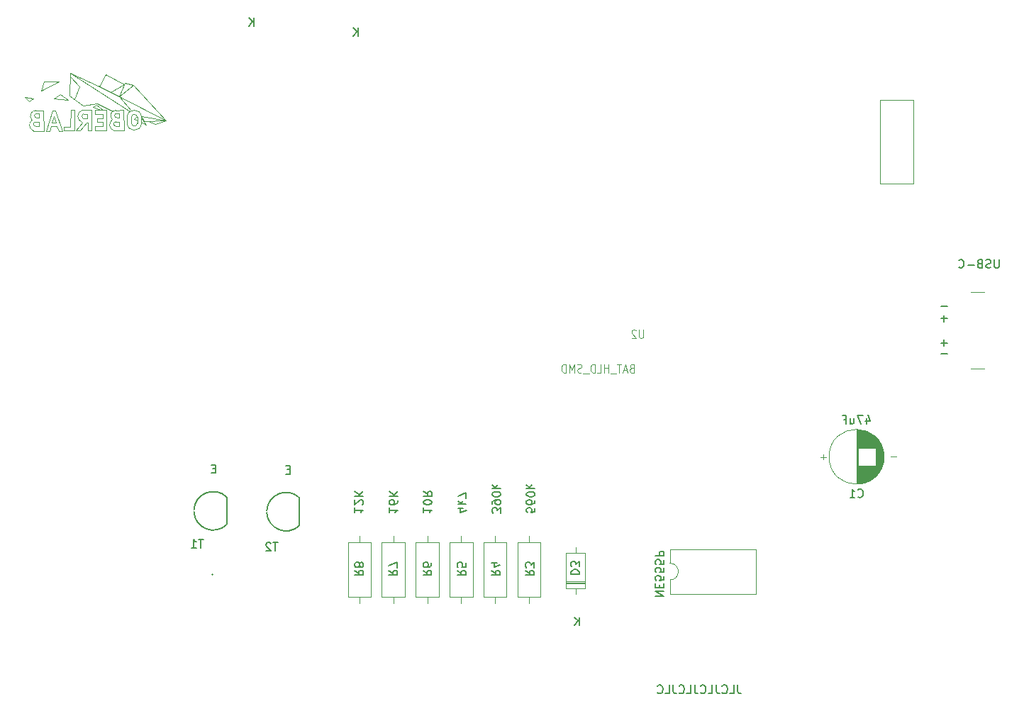
<source format=gbr>
%TF.GenerationSoftware,KiCad,Pcbnew,9.0.6*%
%TF.CreationDate,2025-12-30T13:30:36+01:00*%
%TF.ProjectId,Krokodil,4b726f6b-6f64-4696-9c2e-6b696361645f,rev?*%
%TF.SameCoordinates,Original*%
%TF.FileFunction,Legend,Bot*%
%TF.FilePolarity,Positive*%
%FSLAX46Y46*%
G04 Gerber Fmt 4.6, Leading zero omitted, Abs format (unit mm)*
G04 Created by KiCad (PCBNEW 9.0.6) date 2025-12-30 13:30:36*
%MOMM*%
%LPD*%
G01*
G04 APERTURE LIST*
%ADD10C,0.150000*%
%ADD11C,0.050000*%
%ADD12C,0.120000*%
%ADD13C,0.010000*%
G04 APERTURE END LIST*
D10*
X198636779Y-92788866D02*
X199398684Y-92788866D01*
X198636779Y-87088866D02*
X199398684Y-87088866D01*
X198636779Y-88588866D02*
X199398684Y-88588866D01*
X199017731Y-88969819D02*
X199017731Y-88207914D01*
X198636779Y-91488866D02*
X199398684Y-91488866D01*
X199017731Y-91869819D02*
X199017731Y-91107914D01*
X174377506Y-132369819D02*
X174377506Y-133084104D01*
X174377506Y-133084104D02*
X174425125Y-133226961D01*
X174425125Y-133226961D02*
X174520363Y-133322200D01*
X174520363Y-133322200D02*
X174663220Y-133369819D01*
X174663220Y-133369819D02*
X174758458Y-133369819D01*
X173425125Y-133369819D02*
X173901315Y-133369819D01*
X173901315Y-133369819D02*
X173901315Y-132369819D01*
X172520363Y-133274580D02*
X172567982Y-133322200D01*
X172567982Y-133322200D02*
X172710839Y-133369819D01*
X172710839Y-133369819D02*
X172806077Y-133369819D01*
X172806077Y-133369819D02*
X172948934Y-133322200D01*
X172948934Y-133322200D02*
X173044172Y-133226961D01*
X173044172Y-133226961D02*
X173091791Y-133131723D01*
X173091791Y-133131723D02*
X173139410Y-132941247D01*
X173139410Y-132941247D02*
X173139410Y-132798390D01*
X173139410Y-132798390D02*
X173091791Y-132607914D01*
X173091791Y-132607914D02*
X173044172Y-132512676D01*
X173044172Y-132512676D02*
X172948934Y-132417438D01*
X172948934Y-132417438D02*
X172806077Y-132369819D01*
X172806077Y-132369819D02*
X172710839Y-132369819D01*
X172710839Y-132369819D02*
X172567982Y-132417438D01*
X172567982Y-132417438D02*
X172520363Y-132465057D01*
X171806077Y-132369819D02*
X171806077Y-133084104D01*
X171806077Y-133084104D02*
X171853696Y-133226961D01*
X171853696Y-133226961D02*
X171948934Y-133322200D01*
X171948934Y-133322200D02*
X172091791Y-133369819D01*
X172091791Y-133369819D02*
X172187029Y-133369819D01*
X170853696Y-133369819D02*
X171329886Y-133369819D01*
X171329886Y-133369819D02*
X171329886Y-132369819D01*
X169948934Y-133274580D02*
X169996553Y-133322200D01*
X169996553Y-133322200D02*
X170139410Y-133369819D01*
X170139410Y-133369819D02*
X170234648Y-133369819D01*
X170234648Y-133369819D02*
X170377505Y-133322200D01*
X170377505Y-133322200D02*
X170472743Y-133226961D01*
X170472743Y-133226961D02*
X170520362Y-133131723D01*
X170520362Y-133131723D02*
X170567981Y-132941247D01*
X170567981Y-132941247D02*
X170567981Y-132798390D01*
X170567981Y-132798390D02*
X170520362Y-132607914D01*
X170520362Y-132607914D02*
X170472743Y-132512676D01*
X170472743Y-132512676D02*
X170377505Y-132417438D01*
X170377505Y-132417438D02*
X170234648Y-132369819D01*
X170234648Y-132369819D02*
X170139410Y-132369819D01*
X170139410Y-132369819D02*
X169996553Y-132417438D01*
X169996553Y-132417438D02*
X169948934Y-132465057D01*
X169234648Y-132369819D02*
X169234648Y-133084104D01*
X169234648Y-133084104D02*
X169282267Y-133226961D01*
X169282267Y-133226961D02*
X169377505Y-133322200D01*
X169377505Y-133322200D02*
X169520362Y-133369819D01*
X169520362Y-133369819D02*
X169615600Y-133369819D01*
X168282267Y-133369819D02*
X168758457Y-133369819D01*
X168758457Y-133369819D02*
X168758457Y-132369819D01*
X167377505Y-133274580D02*
X167425124Y-133322200D01*
X167425124Y-133322200D02*
X167567981Y-133369819D01*
X167567981Y-133369819D02*
X167663219Y-133369819D01*
X167663219Y-133369819D02*
X167806076Y-133322200D01*
X167806076Y-133322200D02*
X167901314Y-133226961D01*
X167901314Y-133226961D02*
X167948933Y-133131723D01*
X167948933Y-133131723D02*
X167996552Y-132941247D01*
X167996552Y-132941247D02*
X167996552Y-132798390D01*
X167996552Y-132798390D02*
X167948933Y-132607914D01*
X167948933Y-132607914D02*
X167901314Y-132512676D01*
X167901314Y-132512676D02*
X167806076Y-132417438D01*
X167806076Y-132417438D02*
X167663219Y-132369819D01*
X167663219Y-132369819D02*
X167567981Y-132369819D01*
X167567981Y-132369819D02*
X167425124Y-132417438D01*
X167425124Y-132417438D02*
X167377505Y-132465057D01*
X166663219Y-132369819D02*
X166663219Y-133084104D01*
X166663219Y-133084104D02*
X166710838Y-133226961D01*
X166710838Y-133226961D02*
X166806076Y-133322200D01*
X166806076Y-133322200D02*
X166948933Y-133369819D01*
X166948933Y-133369819D02*
X167044171Y-133369819D01*
X165710838Y-133369819D02*
X166187028Y-133369819D01*
X166187028Y-133369819D02*
X166187028Y-132369819D01*
X164806076Y-133274580D02*
X164853695Y-133322200D01*
X164853695Y-133322200D02*
X164996552Y-133369819D01*
X164996552Y-133369819D02*
X165091790Y-133369819D01*
X165091790Y-133369819D02*
X165234647Y-133322200D01*
X165234647Y-133322200D02*
X165329885Y-133226961D01*
X165329885Y-133226961D02*
X165377504Y-133131723D01*
X165377504Y-133131723D02*
X165425123Y-132941247D01*
X165425123Y-132941247D02*
X165425123Y-132798390D01*
X165425123Y-132798390D02*
X165377504Y-132607914D01*
X165377504Y-132607914D02*
X165329885Y-132512676D01*
X165329885Y-132512676D02*
X165234647Y-132417438D01*
X165234647Y-132417438D02*
X165091790Y-132369819D01*
X165091790Y-132369819D02*
X164996552Y-132369819D01*
X164996552Y-132369819D02*
X164853695Y-132417438D01*
X164853695Y-132417438D02*
X164806076Y-132465057D01*
X129061904Y-54854819D02*
X129061904Y-53854819D01*
X128490476Y-54854819D02*
X128919047Y-54283390D01*
X128490476Y-53854819D02*
X129061904Y-54426247D01*
X116561904Y-53654819D02*
X116561904Y-52654819D01*
X115990476Y-53654819D02*
X116419047Y-53083390D01*
X115990476Y-52654819D02*
X116561904Y-53226247D01*
X120914285Y-106631009D02*
X120580952Y-106631009D01*
X120438095Y-107154819D02*
X120914285Y-107154819D01*
X120914285Y-107154819D02*
X120914285Y-106154819D01*
X120914285Y-106154819D02*
X120438095Y-106154819D01*
X112014285Y-106531009D02*
X111680952Y-106531009D01*
X111538095Y-107054819D02*
X112014285Y-107054819D01*
X112014285Y-107054819D02*
X112014285Y-106054819D01*
X112014285Y-106054819D02*
X111538095Y-106054819D01*
X119461904Y-115354819D02*
X118890476Y-115354819D01*
X119176190Y-116354819D02*
X119176190Y-115354819D01*
X118604761Y-115450057D02*
X118557142Y-115402438D01*
X118557142Y-115402438D02*
X118461904Y-115354819D01*
X118461904Y-115354819D02*
X118223809Y-115354819D01*
X118223809Y-115354819D02*
X118128571Y-115402438D01*
X118128571Y-115402438D02*
X118080952Y-115450057D01*
X118080952Y-115450057D02*
X118033333Y-115545295D01*
X118033333Y-115545295D02*
X118033333Y-115640533D01*
X118033333Y-115640533D02*
X118080952Y-115783390D01*
X118080952Y-115783390D02*
X118652380Y-116354819D01*
X118652380Y-116354819D02*
X118033333Y-116354819D01*
X110561904Y-114954819D02*
X109990476Y-114954819D01*
X110276190Y-115954819D02*
X110276190Y-114954819D01*
X109133333Y-115954819D02*
X109704761Y-115954819D01*
X109419047Y-115954819D02*
X109419047Y-114954819D01*
X109419047Y-114954819D02*
X109514285Y-115097676D01*
X109514285Y-115097676D02*
X109609523Y-115192914D01*
X109609523Y-115192914D02*
X109704761Y-115240533D01*
X113339055Y-109856175D02*
X113339055Y-113156175D01*
X113360146Y-113190820D02*
G75*
G02*
X109439055Y-111656175I-1621091J1634645D01*
G01*
X109439055Y-111456175D02*
G75*
G02*
X113360146Y-109921530I2300000J-100000D01*
G01*
X122060146Y-113290820D02*
G75*
G02*
X118139055Y-111756175I-1621091J1634645D01*
G01*
X118139055Y-111556175D02*
G75*
G02*
X122060146Y-110021530I2300000J-100000D01*
G01*
X122039055Y-109956175D02*
X122039055Y-113256175D01*
X205580951Y-81554819D02*
X205580951Y-82364342D01*
X205580951Y-82364342D02*
X205533332Y-82459580D01*
X205533332Y-82459580D02*
X205485713Y-82507200D01*
X205485713Y-82507200D02*
X205390475Y-82554819D01*
X205390475Y-82554819D02*
X205199999Y-82554819D01*
X205199999Y-82554819D02*
X205104761Y-82507200D01*
X205104761Y-82507200D02*
X205057142Y-82459580D01*
X205057142Y-82459580D02*
X205009523Y-82364342D01*
X205009523Y-82364342D02*
X205009523Y-81554819D01*
X204580951Y-82507200D02*
X204438094Y-82554819D01*
X204438094Y-82554819D02*
X204199999Y-82554819D01*
X204199999Y-82554819D02*
X204104761Y-82507200D01*
X204104761Y-82507200D02*
X204057142Y-82459580D01*
X204057142Y-82459580D02*
X204009523Y-82364342D01*
X204009523Y-82364342D02*
X204009523Y-82269104D01*
X204009523Y-82269104D02*
X204057142Y-82173866D01*
X204057142Y-82173866D02*
X204104761Y-82126247D01*
X204104761Y-82126247D02*
X204199999Y-82078628D01*
X204199999Y-82078628D02*
X204390475Y-82031009D01*
X204390475Y-82031009D02*
X204485713Y-81983390D01*
X204485713Y-81983390D02*
X204533332Y-81935771D01*
X204533332Y-81935771D02*
X204580951Y-81840533D01*
X204580951Y-81840533D02*
X204580951Y-81745295D01*
X204580951Y-81745295D02*
X204533332Y-81650057D01*
X204533332Y-81650057D02*
X204485713Y-81602438D01*
X204485713Y-81602438D02*
X204390475Y-81554819D01*
X204390475Y-81554819D02*
X204152380Y-81554819D01*
X204152380Y-81554819D02*
X204009523Y-81602438D01*
X203247618Y-82031009D02*
X203104761Y-82078628D01*
X203104761Y-82078628D02*
X203057142Y-82126247D01*
X203057142Y-82126247D02*
X203009523Y-82221485D01*
X203009523Y-82221485D02*
X203009523Y-82364342D01*
X203009523Y-82364342D02*
X203057142Y-82459580D01*
X203057142Y-82459580D02*
X203104761Y-82507200D01*
X203104761Y-82507200D02*
X203199999Y-82554819D01*
X203199999Y-82554819D02*
X203580951Y-82554819D01*
X203580951Y-82554819D02*
X203580951Y-81554819D01*
X203580951Y-81554819D02*
X203247618Y-81554819D01*
X203247618Y-81554819D02*
X203152380Y-81602438D01*
X203152380Y-81602438D02*
X203104761Y-81650057D01*
X203104761Y-81650057D02*
X203057142Y-81745295D01*
X203057142Y-81745295D02*
X203057142Y-81840533D01*
X203057142Y-81840533D02*
X203104761Y-81935771D01*
X203104761Y-81935771D02*
X203152380Y-81983390D01*
X203152380Y-81983390D02*
X203247618Y-82031009D01*
X203247618Y-82031009D02*
X203580951Y-82031009D01*
X202580951Y-82173866D02*
X201819047Y-82173866D01*
X200771428Y-82459580D02*
X200819047Y-82507200D01*
X200819047Y-82507200D02*
X200961904Y-82554819D01*
X200961904Y-82554819D02*
X201057142Y-82554819D01*
X201057142Y-82554819D02*
X201199999Y-82507200D01*
X201199999Y-82507200D02*
X201295237Y-82411961D01*
X201295237Y-82411961D02*
X201342856Y-82316723D01*
X201342856Y-82316723D02*
X201390475Y-82126247D01*
X201390475Y-82126247D02*
X201390475Y-81983390D01*
X201390475Y-81983390D02*
X201342856Y-81792914D01*
X201342856Y-81792914D02*
X201295237Y-81697676D01*
X201295237Y-81697676D02*
X201199999Y-81602438D01*
X201199999Y-81602438D02*
X201057142Y-81554819D01*
X201057142Y-81554819D02*
X200961904Y-81554819D01*
X200961904Y-81554819D02*
X200819047Y-81602438D01*
X200819047Y-81602438D02*
X200771428Y-81650057D01*
X164545180Y-121766666D02*
X165545180Y-121766666D01*
X165545180Y-121766666D02*
X164545180Y-121195238D01*
X164545180Y-121195238D02*
X165545180Y-121195238D01*
X165068990Y-120719047D02*
X165068990Y-120385714D01*
X164545180Y-120242857D02*
X164545180Y-120719047D01*
X164545180Y-120719047D02*
X165545180Y-120719047D01*
X165545180Y-120719047D02*
X165545180Y-120242857D01*
X165545180Y-119338095D02*
X165545180Y-119814285D01*
X165545180Y-119814285D02*
X165068990Y-119861904D01*
X165068990Y-119861904D02*
X165116609Y-119814285D01*
X165116609Y-119814285D02*
X165164228Y-119719047D01*
X165164228Y-119719047D02*
X165164228Y-119480952D01*
X165164228Y-119480952D02*
X165116609Y-119385714D01*
X165116609Y-119385714D02*
X165068990Y-119338095D01*
X165068990Y-119338095D02*
X164973752Y-119290476D01*
X164973752Y-119290476D02*
X164735657Y-119290476D01*
X164735657Y-119290476D02*
X164640419Y-119338095D01*
X164640419Y-119338095D02*
X164592800Y-119385714D01*
X164592800Y-119385714D02*
X164545180Y-119480952D01*
X164545180Y-119480952D02*
X164545180Y-119719047D01*
X164545180Y-119719047D02*
X164592800Y-119814285D01*
X164592800Y-119814285D02*
X164640419Y-119861904D01*
X165545180Y-118385714D02*
X165545180Y-118861904D01*
X165545180Y-118861904D02*
X165068990Y-118909523D01*
X165068990Y-118909523D02*
X165116609Y-118861904D01*
X165116609Y-118861904D02*
X165164228Y-118766666D01*
X165164228Y-118766666D02*
X165164228Y-118528571D01*
X165164228Y-118528571D02*
X165116609Y-118433333D01*
X165116609Y-118433333D02*
X165068990Y-118385714D01*
X165068990Y-118385714D02*
X164973752Y-118338095D01*
X164973752Y-118338095D02*
X164735657Y-118338095D01*
X164735657Y-118338095D02*
X164640419Y-118385714D01*
X164640419Y-118385714D02*
X164592800Y-118433333D01*
X164592800Y-118433333D02*
X164545180Y-118528571D01*
X164545180Y-118528571D02*
X164545180Y-118766666D01*
X164545180Y-118766666D02*
X164592800Y-118861904D01*
X164592800Y-118861904D02*
X164640419Y-118909523D01*
X165545180Y-117433333D02*
X165545180Y-117909523D01*
X165545180Y-117909523D02*
X165068990Y-117957142D01*
X165068990Y-117957142D02*
X165116609Y-117909523D01*
X165116609Y-117909523D02*
X165164228Y-117814285D01*
X165164228Y-117814285D02*
X165164228Y-117576190D01*
X165164228Y-117576190D02*
X165116609Y-117480952D01*
X165116609Y-117480952D02*
X165068990Y-117433333D01*
X165068990Y-117433333D02*
X164973752Y-117385714D01*
X164973752Y-117385714D02*
X164735657Y-117385714D01*
X164735657Y-117385714D02*
X164640419Y-117433333D01*
X164640419Y-117433333D02*
X164592800Y-117480952D01*
X164592800Y-117480952D02*
X164545180Y-117576190D01*
X164545180Y-117576190D02*
X164545180Y-117814285D01*
X164545180Y-117814285D02*
X164592800Y-117909523D01*
X164592800Y-117909523D02*
X164640419Y-117957142D01*
X164545180Y-116957142D02*
X165545180Y-116957142D01*
X165545180Y-116957142D02*
X165545180Y-116576190D01*
X165545180Y-116576190D02*
X165497561Y-116480952D01*
X165497561Y-116480952D02*
X165449942Y-116433333D01*
X165449942Y-116433333D02*
X165354704Y-116385714D01*
X165354704Y-116385714D02*
X165211847Y-116385714D01*
X165211847Y-116385714D02*
X165116609Y-116433333D01*
X165116609Y-116433333D02*
X165068990Y-116480952D01*
X165068990Y-116480952D02*
X165021371Y-116576190D01*
X165021371Y-116576190D02*
X165021371Y-116957142D01*
X149045180Y-118666666D02*
X149521371Y-118999999D01*
X149045180Y-119238094D02*
X150045180Y-119238094D01*
X150045180Y-119238094D02*
X150045180Y-118857142D01*
X150045180Y-118857142D02*
X149997561Y-118761904D01*
X149997561Y-118761904D02*
X149949942Y-118714285D01*
X149949942Y-118714285D02*
X149854704Y-118666666D01*
X149854704Y-118666666D02*
X149711847Y-118666666D01*
X149711847Y-118666666D02*
X149616609Y-118714285D01*
X149616609Y-118714285D02*
X149568990Y-118761904D01*
X149568990Y-118761904D02*
X149521371Y-118857142D01*
X149521371Y-118857142D02*
X149521371Y-119238094D01*
X150045180Y-118333332D02*
X150045180Y-117714285D01*
X150045180Y-117714285D02*
X149664228Y-118047618D01*
X149664228Y-118047618D02*
X149664228Y-117904761D01*
X149664228Y-117904761D02*
X149616609Y-117809523D01*
X149616609Y-117809523D02*
X149568990Y-117761904D01*
X149568990Y-117761904D02*
X149473752Y-117714285D01*
X149473752Y-117714285D02*
X149235657Y-117714285D01*
X149235657Y-117714285D02*
X149140419Y-117761904D01*
X149140419Y-117761904D02*
X149092800Y-117809523D01*
X149092800Y-117809523D02*
X149045180Y-117904761D01*
X149045180Y-117904761D02*
X149045180Y-118190475D01*
X149045180Y-118190475D02*
X149092800Y-118285713D01*
X149092800Y-118285713D02*
X149140419Y-118333332D01*
X150145180Y-111238094D02*
X150145180Y-111714284D01*
X150145180Y-111714284D02*
X149668990Y-111761903D01*
X149668990Y-111761903D02*
X149716609Y-111714284D01*
X149716609Y-111714284D02*
X149764228Y-111619046D01*
X149764228Y-111619046D02*
X149764228Y-111380951D01*
X149764228Y-111380951D02*
X149716609Y-111285713D01*
X149716609Y-111285713D02*
X149668990Y-111238094D01*
X149668990Y-111238094D02*
X149573752Y-111190475D01*
X149573752Y-111190475D02*
X149335657Y-111190475D01*
X149335657Y-111190475D02*
X149240419Y-111238094D01*
X149240419Y-111238094D02*
X149192800Y-111285713D01*
X149192800Y-111285713D02*
X149145180Y-111380951D01*
X149145180Y-111380951D02*
X149145180Y-111619046D01*
X149145180Y-111619046D02*
X149192800Y-111714284D01*
X149192800Y-111714284D02*
X149240419Y-111761903D01*
X150145180Y-110333332D02*
X150145180Y-110523808D01*
X150145180Y-110523808D02*
X150097561Y-110619046D01*
X150097561Y-110619046D02*
X150049942Y-110666665D01*
X150049942Y-110666665D02*
X149907085Y-110761903D01*
X149907085Y-110761903D02*
X149716609Y-110809522D01*
X149716609Y-110809522D02*
X149335657Y-110809522D01*
X149335657Y-110809522D02*
X149240419Y-110761903D01*
X149240419Y-110761903D02*
X149192800Y-110714284D01*
X149192800Y-110714284D02*
X149145180Y-110619046D01*
X149145180Y-110619046D02*
X149145180Y-110428570D01*
X149145180Y-110428570D02*
X149192800Y-110333332D01*
X149192800Y-110333332D02*
X149240419Y-110285713D01*
X149240419Y-110285713D02*
X149335657Y-110238094D01*
X149335657Y-110238094D02*
X149573752Y-110238094D01*
X149573752Y-110238094D02*
X149668990Y-110285713D01*
X149668990Y-110285713D02*
X149716609Y-110333332D01*
X149716609Y-110333332D02*
X149764228Y-110428570D01*
X149764228Y-110428570D02*
X149764228Y-110619046D01*
X149764228Y-110619046D02*
X149716609Y-110714284D01*
X149716609Y-110714284D02*
X149668990Y-110761903D01*
X149668990Y-110761903D02*
X149573752Y-110809522D01*
X150145180Y-109619046D02*
X150145180Y-109523808D01*
X150145180Y-109523808D02*
X150097561Y-109428570D01*
X150097561Y-109428570D02*
X150049942Y-109380951D01*
X150049942Y-109380951D02*
X149954704Y-109333332D01*
X149954704Y-109333332D02*
X149764228Y-109285713D01*
X149764228Y-109285713D02*
X149526133Y-109285713D01*
X149526133Y-109285713D02*
X149335657Y-109333332D01*
X149335657Y-109333332D02*
X149240419Y-109380951D01*
X149240419Y-109380951D02*
X149192800Y-109428570D01*
X149192800Y-109428570D02*
X149145180Y-109523808D01*
X149145180Y-109523808D02*
X149145180Y-109619046D01*
X149145180Y-109619046D02*
X149192800Y-109714284D01*
X149192800Y-109714284D02*
X149240419Y-109761903D01*
X149240419Y-109761903D02*
X149335657Y-109809522D01*
X149335657Y-109809522D02*
X149526133Y-109857141D01*
X149526133Y-109857141D02*
X149764228Y-109857141D01*
X149764228Y-109857141D02*
X149954704Y-109809522D01*
X149954704Y-109809522D02*
X150049942Y-109761903D01*
X150049942Y-109761903D02*
X150097561Y-109714284D01*
X150097561Y-109714284D02*
X150145180Y-109619046D01*
X149145180Y-108857141D02*
X150145180Y-108857141D01*
X149526133Y-108761903D02*
X149145180Y-108476189D01*
X149811847Y-108476189D02*
X149430895Y-108857141D01*
X136805180Y-118666666D02*
X137281371Y-118999999D01*
X136805180Y-119238094D02*
X137805180Y-119238094D01*
X137805180Y-119238094D02*
X137805180Y-118857142D01*
X137805180Y-118857142D02*
X137757561Y-118761904D01*
X137757561Y-118761904D02*
X137709942Y-118714285D01*
X137709942Y-118714285D02*
X137614704Y-118666666D01*
X137614704Y-118666666D02*
X137471847Y-118666666D01*
X137471847Y-118666666D02*
X137376609Y-118714285D01*
X137376609Y-118714285D02*
X137328990Y-118761904D01*
X137328990Y-118761904D02*
X137281371Y-118857142D01*
X137281371Y-118857142D02*
X137281371Y-119238094D01*
X137805180Y-117809523D02*
X137805180Y-117999999D01*
X137805180Y-117999999D02*
X137757561Y-118095237D01*
X137757561Y-118095237D02*
X137709942Y-118142856D01*
X137709942Y-118142856D02*
X137567085Y-118238094D01*
X137567085Y-118238094D02*
X137376609Y-118285713D01*
X137376609Y-118285713D02*
X136995657Y-118285713D01*
X136995657Y-118285713D02*
X136900419Y-118238094D01*
X136900419Y-118238094D02*
X136852800Y-118190475D01*
X136852800Y-118190475D02*
X136805180Y-118095237D01*
X136805180Y-118095237D02*
X136805180Y-117904761D01*
X136805180Y-117904761D02*
X136852800Y-117809523D01*
X136852800Y-117809523D02*
X136900419Y-117761904D01*
X136900419Y-117761904D02*
X136995657Y-117714285D01*
X136995657Y-117714285D02*
X137233752Y-117714285D01*
X137233752Y-117714285D02*
X137328990Y-117761904D01*
X137328990Y-117761904D02*
X137376609Y-117809523D01*
X137376609Y-117809523D02*
X137424228Y-117904761D01*
X137424228Y-117904761D02*
X137424228Y-118095237D01*
X137424228Y-118095237D02*
X137376609Y-118190475D01*
X137376609Y-118190475D02*
X137328990Y-118238094D01*
X137328990Y-118238094D02*
X137233752Y-118285713D01*
X136845180Y-111190476D02*
X136845180Y-111761904D01*
X136845180Y-111476190D02*
X137845180Y-111476190D01*
X137845180Y-111476190D02*
X137702323Y-111571428D01*
X137702323Y-111571428D02*
X137607085Y-111666666D01*
X137607085Y-111666666D02*
X137559466Y-111761904D01*
X137845180Y-110571428D02*
X137845180Y-110476190D01*
X137845180Y-110476190D02*
X137797561Y-110380952D01*
X137797561Y-110380952D02*
X137749942Y-110333333D01*
X137749942Y-110333333D02*
X137654704Y-110285714D01*
X137654704Y-110285714D02*
X137464228Y-110238095D01*
X137464228Y-110238095D02*
X137226133Y-110238095D01*
X137226133Y-110238095D02*
X137035657Y-110285714D01*
X137035657Y-110285714D02*
X136940419Y-110333333D01*
X136940419Y-110333333D02*
X136892800Y-110380952D01*
X136892800Y-110380952D02*
X136845180Y-110476190D01*
X136845180Y-110476190D02*
X136845180Y-110571428D01*
X136845180Y-110571428D02*
X136892800Y-110666666D01*
X136892800Y-110666666D02*
X136940419Y-110714285D01*
X136940419Y-110714285D02*
X137035657Y-110761904D01*
X137035657Y-110761904D02*
X137226133Y-110809523D01*
X137226133Y-110809523D02*
X137464228Y-110809523D01*
X137464228Y-110809523D02*
X137654704Y-110761904D01*
X137654704Y-110761904D02*
X137749942Y-110714285D01*
X137749942Y-110714285D02*
X137797561Y-110666666D01*
X137797561Y-110666666D02*
X137845180Y-110571428D01*
X136845180Y-109238095D02*
X137321371Y-109571428D01*
X136845180Y-109809523D02*
X137845180Y-109809523D01*
X137845180Y-109809523D02*
X137845180Y-109428571D01*
X137845180Y-109428571D02*
X137797561Y-109333333D01*
X137797561Y-109333333D02*
X137749942Y-109285714D01*
X137749942Y-109285714D02*
X137654704Y-109238095D01*
X137654704Y-109238095D02*
X137511847Y-109238095D01*
X137511847Y-109238095D02*
X137416609Y-109285714D01*
X137416609Y-109285714D02*
X137368990Y-109333333D01*
X137368990Y-109333333D02*
X137321371Y-109428571D01*
X137321371Y-109428571D02*
X137321371Y-109809523D01*
X128645180Y-118666666D02*
X129121371Y-118999999D01*
X128645180Y-119238094D02*
X129645180Y-119238094D01*
X129645180Y-119238094D02*
X129645180Y-118857142D01*
X129645180Y-118857142D02*
X129597561Y-118761904D01*
X129597561Y-118761904D02*
X129549942Y-118714285D01*
X129549942Y-118714285D02*
X129454704Y-118666666D01*
X129454704Y-118666666D02*
X129311847Y-118666666D01*
X129311847Y-118666666D02*
X129216609Y-118714285D01*
X129216609Y-118714285D02*
X129168990Y-118761904D01*
X129168990Y-118761904D02*
X129121371Y-118857142D01*
X129121371Y-118857142D02*
X129121371Y-119238094D01*
X129216609Y-118095237D02*
X129264228Y-118190475D01*
X129264228Y-118190475D02*
X129311847Y-118238094D01*
X129311847Y-118238094D02*
X129407085Y-118285713D01*
X129407085Y-118285713D02*
X129454704Y-118285713D01*
X129454704Y-118285713D02*
X129549942Y-118238094D01*
X129549942Y-118238094D02*
X129597561Y-118190475D01*
X129597561Y-118190475D02*
X129645180Y-118095237D01*
X129645180Y-118095237D02*
X129645180Y-117904761D01*
X129645180Y-117904761D02*
X129597561Y-117809523D01*
X129597561Y-117809523D02*
X129549942Y-117761904D01*
X129549942Y-117761904D02*
X129454704Y-117714285D01*
X129454704Y-117714285D02*
X129407085Y-117714285D01*
X129407085Y-117714285D02*
X129311847Y-117761904D01*
X129311847Y-117761904D02*
X129264228Y-117809523D01*
X129264228Y-117809523D02*
X129216609Y-117904761D01*
X129216609Y-117904761D02*
X129216609Y-118095237D01*
X129216609Y-118095237D02*
X129168990Y-118190475D01*
X129168990Y-118190475D02*
X129121371Y-118238094D01*
X129121371Y-118238094D02*
X129026133Y-118285713D01*
X129026133Y-118285713D02*
X128835657Y-118285713D01*
X128835657Y-118285713D02*
X128740419Y-118238094D01*
X128740419Y-118238094D02*
X128692800Y-118190475D01*
X128692800Y-118190475D02*
X128645180Y-118095237D01*
X128645180Y-118095237D02*
X128645180Y-117904761D01*
X128645180Y-117904761D02*
X128692800Y-117809523D01*
X128692800Y-117809523D02*
X128740419Y-117761904D01*
X128740419Y-117761904D02*
X128835657Y-117714285D01*
X128835657Y-117714285D02*
X129026133Y-117714285D01*
X129026133Y-117714285D02*
X129121371Y-117761904D01*
X129121371Y-117761904D02*
X129168990Y-117809523D01*
X129168990Y-117809523D02*
X129216609Y-117904761D01*
X128645180Y-111190476D02*
X128645180Y-111761904D01*
X128645180Y-111476190D02*
X129645180Y-111476190D01*
X129645180Y-111476190D02*
X129502323Y-111571428D01*
X129502323Y-111571428D02*
X129407085Y-111666666D01*
X129407085Y-111666666D02*
X129359466Y-111761904D01*
X129549942Y-110809523D02*
X129597561Y-110761904D01*
X129597561Y-110761904D02*
X129645180Y-110666666D01*
X129645180Y-110666666D02*
X129645180Y-110428571D01*
X129645180Y-110428571D02*
X129597561Y-110333333D01*
X129597561Y-110333333D02*
X129549942Y-110285714D01*
X129549942Y-110285714D02*
X129454704Y-110238095D01*
X129454704Y-110238095D02*
X129359466Y-110238095D01*
X129359466Y-110238095D02*
X129216609Y-110285714D01*
X129216609Y-110285714D02*
X128645180Y-110857142D01*
X128645180Y-110857142D02*
X128645180Y-110238095D01*
X128645180Y-109809523D02*
X129645180Y-109809523D01*
X128645180Y-109238095D02*
X129216609Y-109666666D01*
X129645180Y-109238095D02*
X129073752Y-109809523D01*
X154445180Y-119138094D02*
X155445180Y-119138094D01*
X155445180Y-119138094D02*
X155445180Y-118899999D01*
X155445180Y-118899999D02*
X155397561Y-118757142D01*
X155397561Y-118757142D02*
X155302323Y-118661904D01*
X155302323Y-118661904D02*
X155207085Y-118614285D01*
X155207085Y-118614285D02*
X155016609Y-118566666D01*
X155016609Y-118566666D02*
X154873752Y-118566666D01*
X154873752Y-118566666D02*
X154683276Y-118614285D01*
X154683276Y-118614285D02*
X154588038Y-118661904D01*
X154588038Y-118661904D02*
X154492800Y-118757142D01*
X154492800Y-118757142D02*
X154445180Y-118899999D01*
X154445180Y-118899999D02*
X154445180Y-119138094D01*
X155445180Y-118233332D02*
X155445180Y-117614285D01*
X155445180Y-117614285D02*
X155064228Y-117947618D01*
X155064228Y-117947618D02*
X155064228Y-117804761D01*
X155064228Y-117804761D02*
X155016609Y-117709523D01*
X155016609Y-117709523D02*
X154968990Y-117661904D01*
X154968990Y-117661904D02*
X154873752Y-117614285D01*
X154873752Y-117614285D02*
X154635657Y-117614285D01*
X154635657Y-117614285D02*
X154540419Y-117661904D01*
X154540419Y-117661904D02*
X154492800Y-117709523D01*
X154492800Y-117709523D02*
X154445180Y-117804761D01*
X154445180Y-117804761D02*
X154445180Y-118090475D01*
X154445180Y-118090475D02*
X154492800Y-118185713D01*
X154492800Y-118185713D02*
X154540419Y-118233332D01*
X155461904Y-125254819D02*
X155461904Y-124254819D01*
X154890476Y-125254819D02*
X155319047Y-124683390D01*
X154890476Y-124254819D02*
X155461904Y-124826247D01*
X140885180Y-118666666D02*
X141361371Y-118999999D01*
X140885180Y-119238094D02*
X141885180Y-119238094D01*
X141885180Y-119238094D02*
X141885180Y-118857142D01*
X141885180Y-118857142D02*
X141837561Y-118761904D01*
X141837561Y-118761904D02*
X141789942Y-118714285D01*
X141789942Y-118714285D02*
X141694704Y-118666666D01*
X141694704Y-118666666D02*
X141551847Y-118666666D01*
X141551847Y-118666666D02*
X141456609Y-118714285D01*
X141456609Y-118714285D02*
X141408990Y-118761904D01*
X141408990Y-118761904D02*
X141361371Y-118857142D01*
X141361371Y-118857142D02*
X141361371Y-119238094D01*
X141885180Y-117761904D02*
X141885180Y-118238094D01*
X141885180Y-118238094D02*
X141408990Y-118285713D01*
X141408990Y-118285713D02*
X141456609Y-118238094D01*
X141456609Y-118238094D02*
X141504228Y-118142856D01*
X141504228Y-118142856D02*
X141504228Y-117904761D01*
X141504228Y-117904761D02*
X141456609Y-117809523D01*
X141456609Y-117809523D02*
X141408990Y-117761904D01*
X141408990Y-117761904D02*
X141313752Y-117714285D01*
X141313752Y-117714285D02*
X141075657Y-117714285D01*
X141075657Y-117714285D02*
X140980419Y-117761904D01*
X140980419Y-117761904D02*
X140932800Y-117809523D01*
X140932800Y-117809523D02*
X140885180Y-117904761D01*
X140885180Y-117904761D02*
X140885180Y-118142856D01*
X140885180Y-118142856D02*
X140932800Y-118238094D01*
X140932800Y-118238094D02*
X140980419Y-118285713D01*
X141611847Y-111285714D02*
X140945180Y-111285714D01*
X141992800Y-111523809D02*
X141278514Y-111761904D01*
X141278514Y-111761904D02*
X141278514Y-111142857D01*
X140945180Y-110761904D02*
X141945180Y-110761904D01*
X141326133Y-110666666D02*
X140945180Y-110380952D01*
X141611847Y-110380952D02*
X141230895Y-110761904D01*
X141945180Y-110047618D02*
X141945180Y-109380952D01*
X141945180Y-109380952D02*
X140945180Y-109809523D01*
X132725180Y-118666666D02*
X133201371Y-118999999D01*
X132725180Y-119238094D02*
X133725180Y-119238094D01*
X133725180Y-119238094D02*
X133725180Y-118857142D01*
X133725180Y-118857142D02*
X133677561Y-118761904D01*
X133677561Y-118761904D02*
X133629942Y-118714285D01*
X133629942Y-118714285D02*
X133534704Y-118666666D01*
X133534704Y-118666666D02*
X133391847Y-118666666D01*
X133391847Y-118666666D02*
X133296609Y-118714285D01*
X133296609Y-118714285D02*
X133248990Y-118761904D01*
X133248990Y-118761904D02*
X133201371Y-118857142D01*
X133201371Y-118857142D02*
X133201371Y-119238094D01*
X133725180Y-118333332D02*
X133725180Y-117666666D01*
X133725180Y-117666666D02*
X132725180Y-118095237D01*
X132745180Y-111190476D02*
X132745180Y-111761904D01*
X132745180Y-111476190D02*
X133745180Y-111476190D01*
X133745180Y-111476190D02*
X133602323Y-111571428D01*
X133602323Y-111571428D02*
X133507085Y-111666666D01*
X133507085Y-111666666D02*
X133459466Y-111761904D01*
X133745180Y-110333333D02*
X133745180Y-110523809D01*
X133745180Y-110523809D02*
X133697561Y-110619047D01*
X133697561Y-110619047D02*
X133649942Y-110666666D01*
X133649942Y-110666666D02*
X133507085Y-110761904D01*
X133507085Y-110761904D02*
X133316609Y-110809523D01*
X133316609Y-110809523D02*
X132935657Y-110809523D01*
X132935657Y-110809523D02*
X132840419Y-110761904D01*
X132840419Y-110761904D02*
X132792800Y-110714285D01*
X132792800Y-110714285D02*
X132745180Y-110619047D01*
X132745180Y-110619047D02*
X132745180Y-110428571D01*
X132745180Y-110428571D02*
X132792800Y-110333333D01*
X132792800Y-110333333D02*
X132840419Y-110285714D01*
X132840419Y-110285714D02*
X132935657Y-110238095D01*
X132935657Y-110238095D02*
X133173752Y-110238095D01*
X133173752Y-110238095D02*
X133268990Y-110285714D01*
X133268990Y-110285714D02*
X133316609Y-110333333D01*
X133316609Y-110333333D02*
X133364228Y-110428571D01*
X133364228Y-110428571D02*
X133364228Y-110619047D01*
X133364228Y-110619047D02*
X133316609Y-110714285D01*
X133316609Y-110714285D02*
X133268990Y-110761904D01*
X133268990Y-110761904D02*
X133173752Y-110809523D01*
X132745180Y-109809523D02*
X133745180Y-109809523D01*
X132745180Y-109238095D02*
X133316609Y-109666666D01*
X133745180Y-109238095D02*
X133173752Y-109809523D01*
X188716666Y-109859580D02*
X188764285Y-109907200D01*
X188764285Y-109907200D02*
X188907142Y-109954819D01*
X188907142Y-109954819D02*
X189002380Y-109954819D01*
X189002380Y-109954819D02*
X189145237Y-109907200D01*
X189145237Y-109907200D02*
X189240475Y-109811961D01*
X189240475Y-109811961D02*
X189288094Y-109716723D01*
X189288094Y-109716723D02*
X189335713Y-109526247D01*
X189335713Y-109526247D02*
X189335713Y-109383390D01*
X189335713Y-109383390D02*
X189288094Y-109192914D01*
X189288094Y-109192914D02*
X189240475Y-109097676D01*
X189240475Y-109097676D02*
X189145237Y-109002438D01*
X189145237Y-109002438D02*
X189002380Y-108954819D01*
X189002380Y-108954819D02*
X188907142Y-108954819D01*
X188907142Y-108954819D02*
X188764285Y-109002438D01*
X188764285Y-109002438D02*
X188716666Y-109050057D01*
X187764285Y-109954819D02*
X188335713Y-109954819D01*
X188049999Y-109954819D02*
X188049999Y-108954819D01*
X188049999Y-108954819D02*
X188145237Y-109097676D01*
X188145237Y-109097676D02*
X188240475Y-109192914D01*
X188240475Y-109192914D02*
X188335713Y-109240533D01*
X189716666Y-100488152D02*
X189716666Y-101154819D01*
X189954761Y-100107200D02*
X190192856Y-100821485D01*
X190192856Y-100821485D02*
X189573809Y-100821485D01*
X189288094Y-100154819D02*
X188621428Y-100154819D01*
X188621428Y-100154819D02*
X189049999Y-101154819D01*
X187811904Y-100488152D02*
X187811904Y-101154819D01*
X188240475Y-100488152D02*
X188240475Y-101011961D01*
X188240475Y-101011961D02*
X188192856Y-101107200D01*
X188192856Y-101107200D02*
X188097618Y-101154819D01*
X188097618Y-101154819D02*
X187954761Y-101154819D01*
X187954761Y-101154819D02*
X187859523Y-101107200D01*
X187859523Y-101107200D02*
X187811904Y-101059580D01*
X187002380Y-100631009D02*
X187335713Y-100631009D01*
X187335713Y-101154819D02*
X187335713Y-100154819D01*
X187335713Y-100154819D02*
X186859523Y-100154819D01*
D11*
X163115714Y-89920019D02*
X163115714Y-90729542D01*
X163115714Y-90729542D02*
X163072857Y-90824780D01*
X163072857Y-90824780D02*
X163030000Y-90872400D01*
X163030000Y-90872400D02*
X162944285Y-90920019D01*
X162944285Y-90920019D02*
X162772857Y-90920019D01*
X162772857Y-90920019D02*
X162687142Y-90872400D01*
X162687142Y-90872400D02*
X162644285Y-90824780D01*
X162644285Y-90824780D02*
X162601428Y-90729542D01*
X162601428Y-90729542D02*
X162601428Y-89920019D01*
X162215714Y-90015257D02*
X162172857Y-89967638D01*
X162172857Y-89967638D02*
X162087143Y-89920019D01*
X162087143Y-89920019D02*
X161872857Y-89920019D01*
X161872857Y-89920019D02*
X161787143Y-89967638D01*
X161787143Y-89967638D02*
X161744285Y-90015257D01*
X161744285Y-90015257D02*
X161701428Y-90110495D01*
X161701428Y-90110495D02*
X161701428Y-90205733D01*
X161701428Y-90205733D02*
X161744285Y-90348590D01*
X161744285Y-90348590D02*
X162258571Y-90920019D01*
X162258571Y-90920019D02*
X161701428Y-90920019D01*
X161708570Y-94516209D02*
X161579998Y-94563828D01*
X161579998Y-94563828D02*
X161537141Y-94611447D01*
X161537141Y-94611447D02*
X161494284Y-94706685D01*
X161494284Y-94706685D02*
X161494284Y-94849542D01*
X161494284Y-94849542D02*
X161537141Y-94944780D01*
X161537141Y-94944780D02*
X161579998Y-94992400D01*
X161579998Y-94992400D02*
X161665713Y-95040019D01*
X161665713Y-95040019D02*
X162008570Y-95040019D01*
X162008570Y-95040019D02*
X162008570Y-94040019D01*
X162008570Y-94040019D02*
X161708570Y-94040019D01*
X161708570Y-94040019D02*
X161622856Y-94087638D01*
X161622856Y-94087638D02*
X161579998Y-94135257D01*
X161579998Y-94135257D02*
X161537141Y-94230495D01*
X161537141Y-94230495D02*
X161537141Y-94325733D01*
X161537141Y-94325733D02*
X161579998Y-94420971D01*
X161579998Y-94420971D02*
X161622856Y-94468590D01*
X161622856Y-94468590D02*
X161708570Y-94516209D01*
X161708570Y-94516209D02*
X162008570Y-94516209D01*
X161151427Y-94754304D02*
X160722856Y-94754304D01*
X161237141Y-95040019D02*
X160937141Y-94040019D01*
X160937141Y-94040019D02*
X160637141Y-95040019D01*
X160465712Y-94040019D02*
X159951427Y-94040019D01*
X160208569Y-95040019D02*
X160208569Y-94040019D01*
X159865713Y-95135257D02*
X159179998Y-95135257D01*
X158965713Y-95040019D02*
X158965713Y-94040019D01*
X158965713Y-94516209D02*
X158451427Y-94516209D01*
X158451427Y-95040019D02*
X158451427Y-94040019D01*
X157594284Y-95040019D02*
X158022856Y-95040019D01*
X158022856Y-95040019D02*
X158022856Y-94040019D01*
X157294285Y-95040019D02*
X157294285Y-94040019D01*
X157294285Y-94040019D02*
X157079999Y-94040019D01*
X157079999Y-94040019D02*
X156951428Y-94087638D01*
X156951428Y-94087638D02*
X156865713Y-94182876D01*
X156865713Y-94182876D02*
X156822856Y-94278114D01*
X156822856Y-94278114D02*
X156779999Y-94468590D01*
X156779999Y-94468590D02*
X156779999Y-94611447D01*
X156779999Y-94611447D02*
X156822856Y-94801923D01*
X156822856Y-94801923D02*
X156865713Y-94897161D01*
X156865713Y-94897161D02*
X156951428Y-94992400D01*
X156951428Y-94992400D02*
X157079999Y-95040019D01*
X157079999Y-95040019D02*
X157294285Y-95040019D01*
X156608571Y-95135257D02*
X155922856Y-95135257D01*
X155751428Y-94992400D02*
X155622857Y-95040019D01*
X155622857Y-95040019D02*
X155408571Y-95040019D01*
X155408571Y-95040019D02*
X155322857Y-94992400D01*
X155322857Y-94992400D02*
X155279999Y-94944780D01*
X155279999Y-94944780D02*
X155237142Y-94849542D01*
X155237142Y-94849542D02*
X155237142Y-94754304D01*
X155237142Y-94754304D02*
X155279999Y-94659066D01*
X155279999Y-94659066D02*
X155322857Y-94611447D01*
X155322857Y-94611447D02*
X155408571Y-94563828D01*
X155408571Y-94563828D02*
X155579999Y-94516209D01*
X155579999Y-94516209D02*
X155665714Y-94468590D01*
X155665714Y-94468590D02*
X155708571Y-94420971D01*
X155708571Y-94420971D02*
X155751428Y-94325733D01*
X155751428Y-94325733D02*
X155751428Y-94230495D01*
X155751428Y-94230495D02*
X155708571Y-94135257D01*
X155708571Y-94135257D02*
X155665714Y-94087638D01*
X155665714Y-94087638D02*
X155579999Y-94040019D01*
X155579999Y-94040019D02*
X155365714Y-94040019D01*
X155365714Y-94040019D02*
X155237142Y-94087638D01*
X154851428Y-95040019D02*
X154851428Y-94040019D01*
X154851428Y-94040019D02*
X154551428Y-94754304D01*
X154551428Y-94754304D02*
X154251428Y-94040019D01*
X154251428Y-94040019D02*
X154251428Y-95040019D01*
X153822857Y-95040019D02*
X153822857Y-94040019D01*
X153822857Y-94040019D02*
X153608571Y-94040019D01*
X153608571Y-94040019D02*
X153480000Y-94087638D01*
X153480000Y-94087638D02*
X153394285Y-94182876D01*
X153394285Y-94182876D02*
X153351428Y-94278114D01*
X153351428Y-94278114D02*
X153308571Y-94468590D01*
X153308571Y-94468590D02*
X153308571Y-94611447D01*
X153308571Y-94611447D02*
X153351428Y-94801923D01*
X153351428Y-94801923D02*
X153394285Y-94897161D01*
X153394285Y-94897161D02*
X153480000Y-94992400D01*
X153480000Y-94992400D02*
X153608571Y-95040019D01*
X153608571Y-95040019D02*
X153822857Y-95040019D01*
D10*
X144965180Y-118666666D02*
X145441371Y-118999999D01*
X144965180Y-119238094D02*
X145965180Y-119238094D01*
X145965180Y-119238094D02*
X145965180Y-118857142D01*
X145965180Y-118857142D02*
X145917561Y-118761904D01*
X145917561Y-118761904D02*
X145869942Y-118714285D01*
X145869942Y-118714285D02*
X145774704Y-118666666D01*
X145774704Y-118666666D02*
X145631847Y-118666666D01*
X145631847Y-118666666D02*
X145536609Y-118714285D01*
X145536609Y-118714285D02*
X145488990Y-118761904D01*
X145488990Y-118761904D02*
X145441371Y-118857142D01*
X145441371Y-118857142D02*
X145441371Y-119238094D01*
X145631847Y-117809523D02*
X144965180Y-117809523D01*
X146012800Y-118047618D02*
X145298514Y-118285713D01*
X145298514Y-118285713D02*
X145298514Y-117666666D01*
X146045180Y-111809522D02*
X146045180Y-111190475D01*
X146045180Y-111190475D02*
X145664228Y-111523808D01*
X145664228Y-111523808D02*
X145664228Y-111380951D01*
X145664228Y-111380951D02*
X145616609Y-111285713D01*
X145616609Y-111285713D02*
X145568990Y-111238094D01*
X145568990Y-111238094D02*
X145473752Y-111190475D01*
X145473752Y-111190475D02*
X145235657Y-111190475D01*
X145235657Y-111190475D02*
X145140419Y-111238094D01*
X145140419Y-111238094D02*
X145092800Y-111285713D01*
X145092800Y-111285713D02*
X145045180Y-111380951D01*
X145045180Y-111380951D02*
X145045180Y-111666665D01*
X145045180Y-111666665D02*
X145092800Y-111761903D01*
X145092800Y-111761903D02*
X145140419Y-111809522D01*
X145045180Y-110714284D02*
X145045180Y-110523808D01*
X145045180Y-110523808D02*
X145092800Y-110428570D01*
X145092800Y-110428570D02*
X145140419Y-110380951D01*
X145140419Y-110380951D02*
X145283276Y-110285713D01*
X145283276Y-110285713D02*
X145473752Y-110238094D01*
X145473752Y-110238094D02*
X145854704Y-110238094D01*
X145854704Y-110238094D02*
X145949942Y-110285713D01*
X145949942Y-110285713D02*
X145997561Y-110333332D01*
X145997561Y-110333332D02*
X146045180Y-110428570D01*
X146045180Y-110428570D02*
X146045180Y-110619046D01*
X146045180Y-110619046D02*
X145997561Y-110714284D01*
X145997561Y-110714284D02*
X145949942Y-110761903D01*
X145949942Y-110761903D02*
X145854704Y-110809522D01*
X145854704Y-110809522D02*
X145616609Y-110809522D01*
X145616609Y-110809522D02*
X145521371Y-110761903D01*
X145521371Y-110761903D02*
X145473752Y-110714284D01*
X145473752Y-110714284D02*
X145426133Y-110619046D01*
X145426133Y-110619046D02*
X145426133Y-110428570D01*
X145426133Y-110428570D02*
X145473752Y-110333332D01*
X145473752Y-110333332D02*
X145521371Y-110285713D01*
X145521371Y-110285713D02*
X145616609Y-110238094D01*
X146045180Y-109619046D02*
X146045180Y-109523808D01*
X146045180Y-109523808D02*
X145997561Y-109428570D01*
X145997561Y-109428570D02*
X145949942Y-109380951D01*
X145949942Y-109380951D02*
X145854704Y-109333332D01*
X145854704Y-109333332D02*
X145664228Y-109285713D01*
X145664228Y-109285713D02*
X145426133Y-109285713D01*
X145426133Y-109285713D02*
X145235657Y-109333332D01*
X145235657Y-109333332D02*
X145140419Y-109380951D01*
X145140419Y-109380951D02*
X145092800Y-109428570D01*
X145092800Y-109428570D02*
X145045180Y-109523808D01*
X145045180Y-109523808D02*
X145045180Y-109619046D01*
X145045180Y-109619046D02*
X145092800Y-109714284D01*
X145092800Y-109714284D02*
X145140419Y-109761903D01*
X145140419Y-109761903D02*
X145235657Y-109809522D01*
X145235657Y-109809522D02*
X145426133Y-109857141D01*
X145426133Y-109857141D02*
X145664228Y-109857141D01*
X145664228Y-109857141D02*
X145854704Y-109809522D01*
X145854704Y-109809522D02*
X145949942Y-109761903D01*
X145949942Y-109761903D02*
X145997561Y-109714284D01*
X145997561Y-109714284D02*
X146045180Y-109619046D01*
X145045180Y-108857141D02*
X146045180Y-108857141D01*
X145426133Y-108761903D02*
X145045180Y-108476189D01*
X145711847Y-108476189D02*
X145330895Y-108857141D01*
D12*
%TO.C,USB-C*%
X202160000Y-85400000D02*
X203790000Y-85400000D01*
X202160000Y-94600000D02*
X203790000Y-94600000D01*
D11*
%TO.C,G\u002A\u002A\u002A*%
X98900000Y-59475000D02*
X101100000Y-60650000D01*
X101100000Y-60650000D02*
X99525000Y-61550000D01*
X106125000Y-64900000D02*
X104800000Y-65375000D01*
X103225000Y-64425000D02*
X103450000Y-65050000D01*
X103450000Y-65050000D02*
X106125000Y-64900000D01*
X97900000Y-62900000D02*
X99725000Y-63800000D01*
X96225000Y-63125000D02*
X97900000Y-62900000D01*
X94600000Y-62000000D02*
X96225000Y-63125000D01*
X106125000Y-64900000D02*
X102225000Y-60725000D01*
X106125000Y-64900000D02*
X103225000Y-64425000D01*
D12*
X96275000Y-64150000D02*
X96725000Y-64150000D01*
D11*
X97775000Y-63075000D02*
X97375000Y-63350000D01*
X98550000Y-63675000D02*
X97775000Y-63075000D01*
D12*
X97225000Y-63700000D02*
X97225000Y-66150000D01*
X100525000Y-65600000D02*
X100075000Y-65600000D01*
X101025000Y-63700000D02*
X101075000Y-66150000D01*
D11*
X102225000Y-60725000D02*
X101200000Y-60475000D01*
X89800000Y-62625000D02*
X90225000Y-62300000D01*
D12*
X100525000Y-65100000D02*
X100525000Y-65600000D01*
D11*
X89225000Y-62150000D02*
X89800000Y-62625000D01*
D12*
X95875000Y-66150000D02*
X95475000Y-66150000D01*
X97675000Y-66150000D02*
X97675000Y-65650000D01*
X96775000Y-65200000D02*
X96625000Y-65200000D01*
X97225000Y-66150000D02*
X96775000Y-66150000D01*
D11*
X98150000Y-60900000D02*
X94675000Y-59275000D01*
X93450000Y-61775000D02*
X92750000Y-62350000D01*
X98150000Y-60900000D02*
X100475000Y-62050000D01*
X94675000Y-59275000D02*
X94600000Y-62000000D01*
D12*
X90950000Y-65625000D02*
X90500000Y-65625000D01*
X95375000Y-66150000D02*
X96075000Y-65200000D01*
X96725000Y-64150000D02*
X96725000Y-64700000D01*
X90950000Y-64625000D02*
X90650000Y-64625000D01*
D11*
X91525000Y-60250000D02*
X93325000Y-60300000D01*
X102300000Y-64800000D02*
X102675000Y-64975000D01*
X101775000Y-63875000D02*
X94675000Y-59275000D01*
X93325000Y-60300000D02*
X91175000Y-61425000D01*
X103725000Y-65425000D02*
X103150000Y-64625000D01*
X92750000Y-62350000D02*
X94425000Y-62450000D01*
D12*
X90950000Y-64175000D02*
X90950000Y-64625000D01*
X100525000Y-64100000D02*
X100275000Y-64100000D01*
X96725000Y-64700000D02*
X96225000Y-64700000D01*
X98525000Y-65650000D02*
X98525000Y-65100000D01*
X97675000Y-65650000D02*
X98525000Y-65650000D01*
X101975000Y-64550000D02*
X101975000Y-65200000D01*
D11*
X97375000Y-63350000D02*
X98350000Y-63700000D01*
X102225000Y-60725000D02*
X100475000Y-62050000D01*
X102625000Y-64400000D02*
X102300000Y-64800000D01*
D12*
X100125000Y-63713605D02*
X101025000Y-63700000D01*
D11*
X103175000Y-65150000D02*
X103725000Y-65425000D01*
X90225000Y-62300000D02*
X89225000Y-62150000D01*
D12*
X90950000Y-64125000D02*
X90700000Y-64125000D01*
X100524999Y-65095050D02*
X100124999Y-65095050D01*
X90550000Y-63738605D02*
X91450000Y-63725000D01*
D11*
X100475000Y-62050000D02*
X106125000Y-64900000D01*
D12*
X92725000Y-64425000D02*
X93000000Y-65175000D01*
X92500000Y-65175000D02*
X92725000Y-64425000D01*
X98925000Y-66150000D02*
X97675000Y-66150000D01*
X96116269Y-63694594D02*
X97225000Y-63700000D01*
X90949999Y-65120050D02*
X90549999Y-65120050D01*
X90950000Y-65125000D02*
X90950000Y-65625000D01*
X91500000Y-66175000D02*
X90300000Y-66175000D01*
D11*
X104800000Y-65375000D02*
X103975000Y-65025000D01*
D12*
X101075000Y-66150000D02*
X99875000Y-66150000D01*
X102675000Y-64550000D02*
X102675000Y-65250000D01*
D11*
X95775000Y-60900000D02*
X95200000Y-62400000D01*
X94650000Y-59675000D02*
X95775000Y-60900000D01*
X94450000Y-62450000D02*
X93450000Y-61775000D01*
D12*
X91450000Y-63725000D02*
X91500000Y-66175000D01*
D11*
X98900000Y-59475000D02*
X98150000Y-60900000D01*
X101200000Y-60475000D02*
X100475000Y-62050000D01*
X91175000Y-61425000D02*
X91525000Y-60250000D01*
D12*
X96775000Y-66150000D02*
X96775000Y-65200000D01*
X95475000Y-66150000D02*
X95375000Y-66150000D01*
X96625000Y-65200000D02*
X95875000Y-66150000D01*
X93950000Y-65700000D02*
X93950000Y-66150000D01*
X92425000Y-65575000D02*
X92175000Y-66175000D01*
X93275000Y-66175000D02*
X93025000Y-65575000D01*
X98525000Y-64200000D02*
X97675000Y-64200000D01*
X100525000Y-64600000D02*
X100225000Y-64600000D01*
X93000000Y-65175000D02*
X92500000Y-65175000D01*
X97675000Y-63700000D02*
X98975000Y-63700000D01*
X92875000Y-63725000D02*
X93775000Y-66175000D01*
X98525000Y-65100000D02*
X97875000Y-65100000D01*
X97675000Y-64200000D02*
X97675000Y-63700000D01*
X93275000Y-66175000D02*
X93775000Y-66175000D01*
D11*
X100475000Y-62050000D02*
X101950000Y-63775000D01*
D12*
X94725000Y-63700000D02*
X94700000Y-65700000D01*
X95200000Y-66150000D02*
X95175000Y-63700000D01*
X97875000Y-65100000D02*
X97875000Y-64650000D01*
X92175000Y-66175000D02*
X91775000Y-66175000D01*
X92550000Y-63725000D02*
X92875000Y-63725000D01*
X97875000Y-64650000D02*
X98525000Y-64650000D01*
X100525000Y-64150000D02*
X100525000Y-64600000D01*
X98525000Y-64650000D02*
X98525000Y-64200000D01*
X91775000Y-66175000D02*
X92550000Y-63725000D01*
X99025000Y-66150000D02*
X98925000Y-66150000D01*
X98975000Y-63700000D02*
X99025000Y-66150000D01*
X101475000Y-64550000D02*
X101475000Y-65250000D01*
X103175000Y-65250000D02*
X103175000Y-64550000D01*
X95175000Y-63700000D02*
X94725000Y-63700000D01*
D13*
X111672361Y-119145226D02*
X111608542Y-119209045D01*
X111544723Y-119145226D01*
X111608542Y-119081407D01*
X111672361Y-119145226D01*
G36*
X111672361Y-119145226D02*
G01*
X111608542Y-119209045D01*
X111544723Y-119145226D01*
X111608542Y-119081407D01*
X111672361Y-119145226D01*
G37*
D12*
X93950000Y-66150000D02*
X95200000Y-66150000D01*
X94700000Y-65700000D02*
X93950000Y-65700000D01*
X93025000Y-65575000D02*
X92425000Y-65575000D01*
X100225000Y-64600000D02*
G75*
G02*
X100285634Y-64107464I0J250000D01*
G01*
X99675001Y-64799999D02*
G75*
G02*
X100125000Y-63713605I449999J449999D01*
G01*
X101475000Y-64550000D02*
G75*
G02*
X103175000Y-64550000I850000J0D01*
G01*
X100075001Y-65599999D02*
G75*
G02*
X100124999Y-65095050I49999J249999D01*
G01*
X90100001Y-64824999D02*
G75*
G02*
X90550000Y-63738605I449999J449999D01*
G01*
X99875001Y-66149999D02*
G75*
G02*
X99698744Y-64841063I249999J699999D01*
G01*
X90650000Y-64625000D02*
G75*
G02*
X90710634Y-64132464I0J250000D01*
G01*
X90500001Y-65624999D02*
G75*
G02*
X90549999Y-65120050I49999J249999D01*
G01*
X101975000Y-64550000D02*
G75*
G02*
X102675000Y-64550000I350000J0D01*
G01*
X102675000Y-65250000D02*
G75*
G02*
X101975000Y-65250000I-350000J0D01*
G01*
X96225001Y-64699999D02*
G75*
G02*
X96225001Y-64150001I124999J274999D01*
G01*
X90300001Y-66174999D02*
G75*
G02*
X90123744Y-64866063I249999J699999D01*
G01*
X103175000Y-65250000D02*
G75*
G02*
X101475000Y-65250000I-850000J0D01*
G01*
X96100001Y-65149999D02*
G75*
G02*
X96116269Y-63694594I249999J724999D01*
G01*
%TO.C,S1*%
X191393400Y-62512400D02*
X191393400Y-72469200D01*
X191393400Y-72469200D02*
X195330400Y-72469200D01*
X195330400Y-62512400D02*
X191393400Y-62487000D01*
X195330400Y-72469200D02*
X195330400Y-62512400D01*
%TO.C,U1*%
X166270000Y-116160000D02*
X176550000Y-116160000D01*
X166270000Y-117810000D02*
X166270000Y-116160000D01*
X166270000Y-121460000D02*
X166270000Y-119810000D01*
X176550000Y-116160000D02*
X176550000Y-121460000D01*
X176550000Y-121460000D02*
X166270000Y-121460000D01*
X166270000Y-117810000D02*
G75*
G02*
X166270000Y-119810000I0J-1000000D01*
G01*
%TO.C,R3*%
X149450000Y-114540000D02*
X149450000Y-115310000D01*
X149450000Y-122620000D02*
X149450000Y-121850000D01*
X150820000Y-121850000D02*
X148080000Y-121850000D01*
X148080000Y-115310000D01*
X150820000Y-115310000D01*
X150820000Y-121850000D01*
%TO.C,R6*%
X137300000Y-114540000D02*
X137300000Y-115310000D01*
X137300000Y-122620000D02*
X137300000Y-121850000D01*
X138670000Y-121850000D02*
X135930000Y-121850000D01*
X135930000Y-115310000D01*
X138670000Y-115310000D01*
X138670000Y-121850000D01*
%TO.C,R8*%
X129200000Y-114540000D02*
X129200000Y-115310000D01*
X129200000Y-122620000D02*
X129200000Y-121850000D01*
X130570000Y-121850000D02*
X127830000Y-121850000D01*
X127830000Y-115310000D01*
X130570000Y-115310000D01*
X130570000Y-121850000D01*
%TO.C,D3*%
X153880000Y-116590000D02*
X156120000Y-116590000D01*
X153880000Y-120830000D02*
X153880000Y-116590000D01*
X155000000Y-115940000D02*
X155000000Y-116590000D01*
X155000000Y-121480000D02*
X155000000Y-120830000D01*
X156120000Y-116590000D02*
X156120000Y-120830000D01*
X156120000Y-119990000D02*
X153880000Y-119990000D01*
X156120000Y-120110000D02*
X153880000Y-120110000D01*
X156120000Y-120230000D02*
X153880000Y-120230000D01*
X156120000Y-120830000D02*
X153880000Y-120830000D01*
%TO.C,R5*%
X141350000Y-114540000D02*
X141350000Y-115310000D01*
X141350000Y-122620000D02*
X141350000Y-121850000D01*
X142720000Y-121850000D02*
X139980000Y-121850000D01*
X139980000Y-115310000D01*
X142720000Y-115310000D01*
X142720000Y-121850000D01*
%TO.C,R7*%
X134620000Y-121850000D02*
X131880000Y-121850000D01*
X131880000Y-115310000D01*
X134620000Y-115310000D01*
X134620000Y-121850000D01*
X133250000Y-122620000D02*
X133250000Y-121850000D01*
X133250000Y-114540000D02*
X133250000Y-115310000D01*
%TO.C,C1*%
X184285000Y-105125000D02*
X184915000Y-105125000D01*
X184600000Y-105440000D02*
X184600000Y-104810000D01*
X188550000Y-108330000D02*
X188550000Y-101870000D01*
X188590000Y-108330000D02*
X188590000Y-101870000D01*
X188630000Y-108330000D02*
X188630000Y-101870000D01*
X188670000Y-108328000D02*
X188670000Y-101872000D01*
X188710000Y-108327000D02*
X188710000Y-101873000D01*
X188750000Y-108324000D02*
X188750000Y-101876000D01*
X188790000Y-104060000D02*
X188790000Y-101878000D01*
X188790000Y-108322000D02*
X188790000Y-106140000D01*
X188830000Y-104060000D02*
X188830000Y-101882000D01*
X188830000Y-108318000D02*
X188830000Y-106140000D01*
X188870000Y-104060000D02*
X188870000Y-101885000D01*
X188870000Y-108315000D02*
X188870000Y-106140000D01*
X188910000Y-104060000D02*
X188910000Y-101889000D01*
X188910000Y-108311000D02*
X188910000Y-106140000D01*
X188950000Y-104060000D02*
X188950000Y-101894000D01*
X188950000Y-108306000D02*
X188950000Y-106140000D01*
X188990000Y-104060000D02*
X188990000Y-101899000D01*
X188990000Y-108301000D02*
X188990000Y-106140000D01*
X189030000Y-104060000D02*
X189030000Y-101905000D01*
X189030000Y-108295000D02*
X189030000Y-106140000D01*
X189070000Y-104060000D02*
X189070000Y-101911000D01*
X189070000Y-108289000D02*
X189070000Y-106140000D01*
X189110000Y-104060000D02*
X189110000Y-101918000D01*
X189110000Y-108282000D02*
X189110000Y-106140000D01*
X189150000Y-104060000D02*
X189150000Y-101925000D01*
X189150000Y-108275000D02*
X189150000Y-106140000D01*
X189190000Y-104060000D02*
X189190000Y-101933000D01*
X189190000Y-108267000D02*
X189190000Y-106140000D01*
X189230000Y-104060000D02*
X189230000Y-101941000D01*
X189230000Y-108259000D02*
X189230000Y-106140000D01*
X189271000Y-104060000D02*
X189271000Y-101950000D01*
X189271000Y-108250000D02*
X189271000Y-106140000D01*
X189311000Y-104060000D02*
X189311000Y-101959000D01*
X189311000Y-108241000D02*
X189311000Y-106140000D01*
X189351000Y-104060000D02*
X189351000Y-101969000D01*
X189351000Y-108231000D02*
X189351000Y-106140000D01*
X189391000Y-104060000D02*
X189391000Y-101979000D01*
X189391000Y-108221000D02*
X189391000Y-106140000D01*
X189431000Y-104060000D02*
X189431000Y-101990000D01*
X189431000Y-108210000D02*
X189431000Y-106140000D01*
X189471000Y-104060000D02*
X189471000Y-102002000D01*
X189471000Y-108198000D02*
X189471000Y-106140000D01*
X189511000Y-104060000D02*
X189511000Y-102014000D01*
X189511000Y-108186000D02*
X189511000Y-106140000D01*
X189551000Y-104060000D02*
X189551000Y-102026000D01*
X189551000Y-108174000D02*
X189551000Y-106140000D01*
X189591000Y-104060000D02*
X189591000Y-102039000D01*
X189591000Y-108161000D02*
X189591000Y-106140000D01*
X189631000Y-104060000D02*
X189631000Y-102053000D01*
X189631000Y-108147000D02*
X189631000Y-106140000D01*
X189671000Y-104060000D02*
X189671000Y-102067000D01*
X189671000Y-108133000D02*
X189671000Y-106140000D01*
X189711000Y-104060000D02*
X189711000Y-102082000D01*
X189711000Y-108118000D02*
X189711000Y-106140000D01*
X189751000Y-104060000D02*
X189751000Y-102098000D01*
X189751000Y-108102000D02*
X189751000Y-106140000D01*
X189791000Y-104060000D02*
X189791000Y-102114000D01*
X189791000Y-108086000D02*
X189791000Y-106140000D01*
X189831000Y-104060000D02*
X189831000Y-102130000D01*
X189831000Y-108070000D02*
X189831000Y-106140000D01*
X189871000Y-104060000D02*
X189871000Y-102148000D01*
X189871000Y-108052000D02*
X189871000Y-106140000D01*
X189911000Y-104060000D02*
X189911000Y-102166000D01*
X189911000Y-108034000D02*
X189911000Y-106140000D01*
X189951000Y-104060000D02*
X189951000Y-102184000D01*
X189951000Y-108016000D02*
X189951000Y-106140000D01*
X189991000Y-104060000D02*
X189991000Y-102204000D01*
X189991000Y-107996000D02*
X189991000Y-106140000D01*
X190031000Y-104060000D02*
X190031000Y-102224000D01*
X190031000Y-107976000D02*
X190031000Y-106140000D01*
X190071000Y-104060000D02*
X190071000Y-102244000D01*
X190071000Y-107956000D02*
X190071000Y-106140000D01*
X190111000Y-104060000D02*
X190111000Y-102266000D01*
X190111000Y-107934000D02*
X190111000Y-106140000D01*
X190151000Y-104060000D02*
X190151000Y-102288000D01*
X190151000Y-107912000D02*
X190151000Y-106140000D01*
X190191000Y-104060000D02*
X190191000Y-102310000D01*
X190191000Y-107890000D02*
X190191000Y-106140000D01*
X190231000Y-104060000D02*
X190231000Y-102334000D01*
X190231000Y-107866000D02*
X190231000Y-106140000D01*
X190271000Y-104060000D02*
X190271000Y-102358000D01*
X190271000Y-107842000D02*
X190271000Y-106140000D01*
X190311000Y-104060000D02*
X190311000Y-102384000D01*
X190311000Y-107816000D02*
X190311000Y-106140000D01*
X190351000Y-104060000D02*
X190351000Y-102410000D01*
X190351000Y-107790000D02*
X190351000Y-106140000D01*
X190391000Y-104060000D02*
X190391000Y-102436000D01*
X190391000Y-107764000D02*
X190391000Y-106140000D01*
X190431000Y-104060000D02*
X190431000Y-102464000D01*
X190431000Y-107736000D02*
X190431000Y-106140000D01*
X190471000Y-104060000D02*
X190471000Y-102493000D01*
X190471000Y-107707000D02*
X190471000Y-106140000D01*
X190511000Y-104060000D02*
X190511000Y-102522000D01*
X190511000Y-107678000D02*
X190511000Y-106140000D01*
X190551000Y-104060000D02*
X190551000Y-102552000D01*
X190551000Y-107648000D02*
X190551000Y-106140000D01*
X190591000Y-104060000D02*
X190591000Y-102584000D01*
X190591000Y-107616000D02*
X190591000Y-106140000D01*
X190631000Y-104060000D02*
X190631000Y-102616000D01*
X190631000Y-107584000D02*
X190631000Y-106140000D01*
X190671000Y-104060000D02*
X190671000Y-102650000D01*
X190671000Y-107550000D02*
X190671000Y-106140000D01*
X190711000Y-104060000D02*
X190711000Y-102684000D01*
X190711000Y-107516000D02*
X190711000Y-106140000D01*
X190751000Y-104060000D02*
X190751000Y-102720000D01*
X190751000Y-107480000D02*
X190751000Y-106140000D01*
X190791000Y-104060000D02*
X190791000Y-102757000D01*
X190791000Y-107443000D02*
X190791000Y-106140000D01*
X190831000Y-104060000D02*
X190831000Y-102795000D01*
X190831000Y-107405000D02*
X190831000Y-106140000D01*
X190871000Y-107365000D02*
X190871000Y-102835000D01*
X190911000Y-107324000D02*
X190911000Y-102876000D01*
X190951000Y-107282000D02*
X190951000Y-102918000D01*
X190991000Y-107237000D02*
X190991000Y-102963000D01*
X191031000Y-107192000D02*
X191031000Y-103008000D01*
X191071000Y-107144000D02*
X191071000Y-103056000D01*
X191111000Y-107095000D02*
X191111000Y-103105000D01*
X191151000Y-107044000D02*
X191151000Y-103156000D01*
X191191000Y-106990000D02*
X191191000Y-103210000D01*
X191231000Y-106934000D02*
X191231000Y-103266000D01*
X191271000Y-106876000D02*
X191271000Y-103324000D01*
X191311000Y-106814000D02*
X191311000Y-103386000D01*
X191351000Y-106750000D02*
X191351000Y-103450000D01*
X191391000Y-106681000D02*
X191391000Y-103519000D01*
X191431000Y-106609000D02*
X191431000Y-103591000D01*
X191471000Y-106532000D02*
X191471000Y-103668000D01*
X191511000Y-106450000D02*
X191511000Y-103750000D01*
X191551000Y-106362000D02*
X191551000Y-103838000D01*
X191591000Y-106265000D02*
X191591000Y-103935000D01*
X191631000Y-106159000D02*
X191631000Y-104041000D01*
X191671000Y-106040000D02*
X191671000Y-104160000D01*
X191711000Y-105902000D02*
X191711000Y-104298000D01*
X191751000Y-105733000D02*
X191751000Y-104467000D01*
X191791000Y-105502000D02*
X191791000Y-104698000D01*
X192670000Y-105100000D02*
X193300000Y-105100000D01*
X191820000Y-105100000D02*
G75*
G02*
X185280000Y-105100000I-3270000J0D01*
G01*
X185280000Y-105100000D02*
G75*
G02*
X191820000Y-105100000I3270000J0D01*
G01*
%TO.C,R4*%
X146770000Y-121850000D02*
X144030000Y-121850000D01*
X144030000Y-115310000D01*
X146770000Y-115310000D01*
X146770000Y-121850000D01*
X145400000Y-122620000D02*
X145400000Y-121850000D01*
X145400000Y-114540000D02*
X145400000Y-115310000D01*
%TD*%
M02*

</source>
